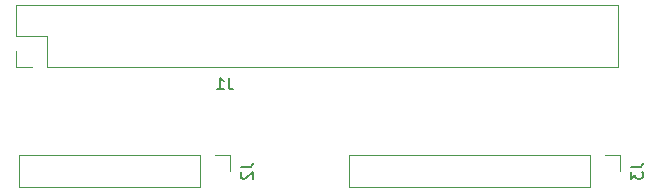
<source format=gbo>
G04 #@! TF.GenerationSoftware,KiCad,Pcbnew,(5.1.2-1)-1*
G04 #@! TF.CreationDate,2019-10-23T09:51:25+02:00*
G04 #@! TF.ProjectId,rpiz_pi_platter,7270697a-5f70-4695-9f70-6c6174746572,1.0*
G04 #@! TF.SameCoordinates,Original*
G04 #@! TF.FileFunction,Legend,Bot*
G04 #@! TF.FilePolarity,Positive*
%FSLAX46Y46*%
G04 Gerber Fmt 4.6, Leading zero omitted, Abs format (unit mm)*
G04 Created by KiCad (PCBNEW (5.1.2-1)-1) date 2019-10-23 09:51:25*
%MOMM*%
%LPD*%
G04 APERTURE LIST*
%ADD10C,0.120000*%
%ADD11C,0.150000*%
G04 APERTURE END LIST*
D10*
X142682000Y-105998000D02*
X142682000Y-104668000D01*
X142682000Y-104668000D02*
X141352000Y-104668000D01*
X140082000Y-104668000D02*
X124782000Y-104668000D01*
X124782000Y-107328000D02*
X124782000Y-104668000D01*
X140082000Y-107328000D02*
X124782000Y-107328000D01*
X140082000Y-107328000D02*
X140082000Y-104668000D01*
X173102000Y-107328000D02*
X173102000Y-104668000D01*
X173102000Y-107328000D02*
X152722000Y-107328000D01*
X152722000Y-107328000D02*
X152722000Y-104668000D01*
X173102000Y-104668000D02*
X152722000Y-104668000D01*
X175702000Y-104668000D02*
X174372000Y-104668000D01*
X175702000Y-105998000D02*
X175702000Y-104668000D01*
X124572000Y-91968000D02*
X124572000Y-94568000D01*
X124572000Y-91968000D02*
X175492000Y-91968000D01*
X175492000Y-91968000D02*
X175492000Y-97168000D01*
X127172000Y-97168000D02*
X175492000Y-97168000D01*
X127172000Y-94568000D02*
X127172000Y-97168000D01*
X124572000Y-94568000D02*
X127172000Y-94568000D01*
X124572000Y-97168000D02*
X125902000Y-97168000D01*
X124572000Y-95838000D02*
X124572000Y-97168000D01*
D11*
X143574380Y-105664666D02*
X144288666Y-105664666D01*
X144431523Y-105617047D01*
X144526761Y-105521809D01*
X144574380Y-105378952D01*
X144574380Y-105283714D01*
X143669619Y-106093238D02*
X143622000Y-106140857D01*
X143574380Y-106236095D01*
X143574380Y-106474190D01*
X143622000Y-106569428D01*
X143669619Y-106617047D01*
X143764857Y-106664666D01*
X143860095Y-106664666D01*
X144002952Y-106617047D01*
X144574380Y-106045619D01*
X144574380Y-106664666D01*
X176594380Y-105664666D02*
X177308666Y-105664666D01*
X177451523Y-105617047D01*
X177546761Y-105521809D01*
X177594380Y-105378952D01*
X177594380Y-105283714D01*
X176594380Y-106045619D02*
X176594380Y-106664666D01*
X176975333Y-106331333D01*
X176975333Y-106474190D01*
X177022952Y-106569428D01*
X177070571Y-106617047D01*
X177165809Y-106664666D01*
X177403904Y-106664666D01*
X177499142Y-106617047D01*
X177546761Y-106569428D01*
X177594380Y-106474190D01*
X177594380Y-106188476D01*
X177546761Y-106093238D01*
X177499142Y-106045619D01*
X142535333Y-98090380D02*
X142535333Y-98804666D01*
X142582952Y-98947523D01*
X142678190Y-99042761D01*
X142821047Y-99090380D01*
X142916285Y-99090380D01*
X141535333Y-99090380D02*
X142106761Y-99090380D01*
X141821047Y-99090380D02*
X141821047Y-98090380D01*
X141916285Y-98233238D01*
X142011523Y-98328476D01*
X142106761Y-98376095D01*
M02*

</source>
